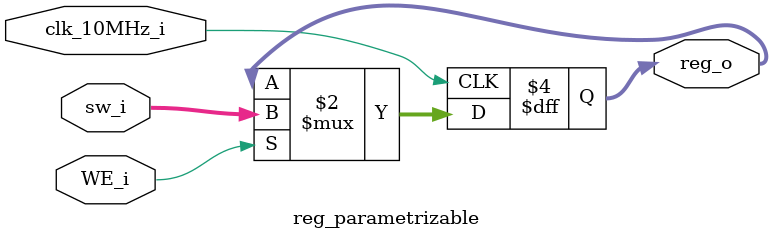
<source format=sv>
module reg_parametrizable #(parameter width=16)(

        input logic                 clk_10MHz_i,
        input logic [width-1:0]     sw_i,
        input logic                 WE_i,
        
        output logic [width-1:0]    reg_o
);
        always @(posedge clk_10MHz_i) begin
            if (WE_i)
                reg_o <= sw_i;
        end
endmodule
</source>
